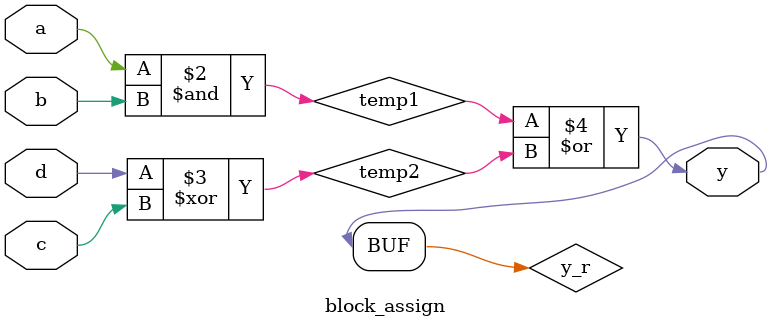
<source format=v>

module block_assign
        (
            input a,
            input b,
            input c,
            input d,
            
            output y        
        );
    
    reg temp1;
    reg temp2;
    reg y_r;
    
    assign y = y_r;
    
    always @(a, b, c, d, temp1, temp2)
    begin
        temp1 = a & b;
        temp2 = d ^ c;
        y_r = temp1 | temp2;
    end    
endmodule
// END OF block_assign.v FILE ***************************************************

    
   
</source>
